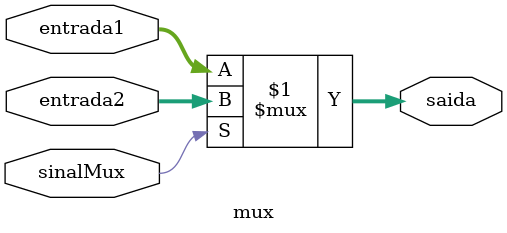
<source format=v>
module mux(entrada1, entrada2, sinalMux, saida);
	input wire [7:0] entrada1;
	input wire [7:0] entrada2;
	input wire sinalMux;
	output wire [7:0] saida;
	
	assign saida = (sinalMux) ? entrada2 :  entrada1;
	
endmodule


</source>
